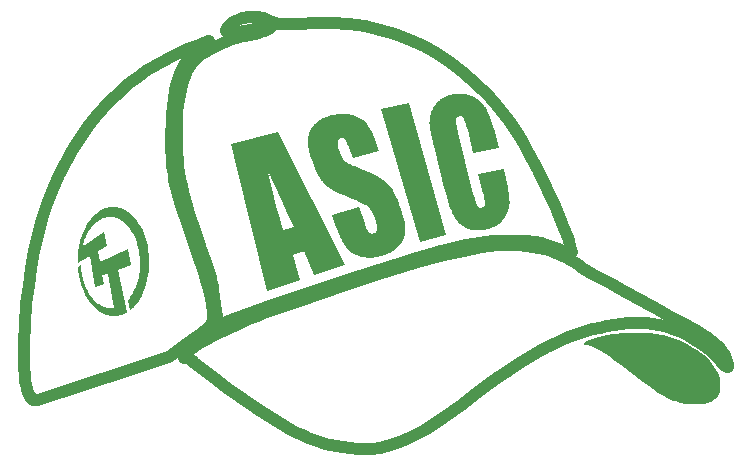
<source format=gbr>
%TF.GenerationSoftware,KiCad,Pcbnew,8.0.5-8.0.5-0~ubuntu22.04.1*%
%TF.CreationDate,2024-10-09T17:19:14-04:00*%
%TF.ProjectId,blinkencap,626c696e-6b65-46e6-9361-702e6b696361,1.0*%
%TF.SameCoordinates,Original*%
%TF.FileFunction,Legend,Top*%
%TF.FilePolarity,Positive*%
%FSLAX46Y46*%
G04 Gerber Fmt 4.6, Leading zero omitted, Abs format (unit mm)*
G04 Created by KiCad (PCBNEW 8.0.5-8.0.5-0~ubuntu22.04.1) date 2024-10-09 17:19:14*
%MOMM*%
%LPD*%
G01*
G04 APERTURE LIST*
%ADD10C,0.000000*%
%ADD11C,0.163700*%
%ADD12C,1.003436*%
G04 APERTURE END LIST*
D10*
%TO.C,ASICCAP_SILK*%
G36*
X77162108Y-51594665D02*
G01*
X74890185Y-52235980D01*
X71617522Y-40908963D01*
X73990565Y-40437787D01*
X77162108Y-51594665D01*
G37*
G36*
X68552916Y-54176574D02*
G01*
X65962329Y-55037601D01*
X65072257Y-52991786D01*
X64132624Y-53289325D01*
X64747649Y-55441402D01*
X61987883Y-56358825D01*
X59445566Y-46064227D01*
X62013339Y-46064227D01*
X62413566Y-47715141D01*
X62767211Y-49122742D01*
X63074426Y-50287655D01*
X63335364Y-51210506D01*
X64240050Y-50937747D01*
X63751523Y-49904023D01*
X63217737Y-48747626D01*
X62638430Y-47467909D01*
X62013339Y-46064227D01*
X59445566Y-46064227D01*
X58907160Y-43884063D01*
X62865468Y-42908462D01*
X68552916Y-54176574D01*
G37*
D11*
X93703558Y-60007450D02*
X94108642Y-60015947D01*
X94451154Y-60030199D01*
X94745467Y-60051526D01*
X95005954Y-60081249D01*
X95246988Y-60120689D01*
X95482942Y-60171167D01*
X95728190Y-60234004D01*
X96115717Y-60348929D01*
X96493657Y-60479364D01*
X96860849Y-60624458D01*
X97216132Y-60783363D01*
X97558346Y-60955226D01*
X97886331Y-61139199D01*
X98198926Y-61334430D01*
X98494970Y-61540070D01*
X98773303Y-61755268D01*
X99032765Y-61979174D01*
X99272196Y-62210938D01*
X99490433Y-62449710D01*
X99686319Y-62694639D01*
X99858690Y-62944874D01*
X100006389Y-63199567D01*
X100128253Y-63457866D01*
X100143826Y-63498000D01*
X100158962Y-63542629D01*
X100173583Y-63591284D01*
X100187610Y-63643494D01*
X100200965Y-63698787D01*
X100213570Y-63756693D01*
X100236215Y-63878463D01*
X100254919Y-64005037D01*
X100269055Y-64132649D01*
X100274214Y-64195669D01*
X100277996Y-64257536D01*
X100280322Y-64317780D01*
X100281115Y-64375930D01*
X100278295Y-64496735D01*
X100269689Y-64610777D01*
X100255078Y-64718387D01*
X100234245Y-64819896D01*
X100206971Y-64915636D01*
X100190851Y-64961445D01*
X100173039Y-65005935D01*
X100153508Y-65049149D01*
X100132230Y-65091126D01*
X100109179Y-65131909D01*
X100084326Y-65171539D01*
X100057646Y-65210058D01*
X100029109Y-65247506D01*
X99998690Y-65283924D01*
X99966361Y-65319355D01*
X99895863Y-65387420D01*
X99817398Y-65452030D01*
X99730747Y-65513516D01*
X99635692Y-65572209D01*
X99532014Y-65628440D01*
X99419497Y-65682540D01*
X99307872Y-65726516D01*
X99180734Y-65764652D01*
X99039917Y-65796947D01*
X98887259Y-65823398D01*
X98724592Y-65844006D01*
X98553753Y-65858769D01*
X98376576Y-65867686D01*
X98194897Y-65870755D01*
X98010551Y-65867975D01*
X97825372Y-65859345D01*
X97641196Y-65844863D01*
X97459858Y-65824529D01*
X97283193Y-65798341D01*
X97113036Y-65766298D01*
X96951222Y-65728399D01*
X96799586Y-65684642D01*
X96799586Y-65684524D01*
X96591022Y-65615238D01*
X96391083Y-65542600D01*
X96195101Y-65463549D01*
X95998407Y-65375019D01*
X95796333Y-65273948D01*
X95584211Y-65157273D01*
X95357373Y-65021929D01*
X95111151Y-64864854D01*
X94840877Y-64682985D01*
X94541882Y-64473257D01*
X94209498Y-64232607D01*
X93839057Y-63957972D01*
X92965332Y-63294494D01*
X91883361Y-62458316D01*
X91478305Y-62155737D01*
X91060495Y-61865187D01*
X90644999Y-61595393D01*
X90246883Y-61355083D01*
X89881212Y-61152983D01*
X89715253Y-61068990D01*
X89563055Y-60997821D01*
X89426502Y-60940569D01*
X89307477Y-60898324D01*
X89207864Y-60872177D01*
X89129546Y-60863219D01*
X89088267Y-60862660D01*
X89050922Y-60861005D01*
X89017472Y-60858289D01*
X88987878Y-60854547D01*
X88962102Y-60849814D01*
X88940104Y-60844124D01*
X88921845Y-60837513D01*
X88907286Y-60830013D01*
X88896389Y-60821662D01*
X88889113Y-60812493D01*
X88885421Y-60802540D01*
X88885273Y-60791840D01*
X88888630Y-60780426D01*
X88895454Y-60768333D01*
X88905704Y-60755596D01*
X88919343Y-60742249D01*
X88936331Y-60728328D01*
X88956629Y-60713867D01*
X88980198Y-60698900D01*
X89006999Y-60683463D01*
X89036994Y-60667591D01*
X89070142Y-60651317D01*
X89106406Y-60634677D01*
X89145746Y-60617705D01*
X89233498Y-60582906D01*
X89333086Y-60547198D01*
X89444198Y-60510857D01*
X89566523Y-60474162D01*
X90065843Y-60334912D01*
X90502755Y-60225110D01*
X90705665Y-60180241D01*
X90902400Y-60141520D01*
X91096104Y-60108542D01*
X91289918Y-60080902D01*
X91486986Y-60058195D01*
X91690450Y-60040018D01*
X91903452Y-60025964D01*
X92129135Y-60015629D01*
X92631115Y-60004498D01*
X93221530Y-60003387D01*
X93703558Y-60007450D01*
G36*
X93703558Y-60007450D02*
G01*
X94108642Y-60015947D01*
X94451154Y-60030199D01*
X94745467Y-60051526D01*
X95005954Y-60081249D01*
X95246988Y-60120689D01*
X95482942Y-60171167D01*
X95728190Y-60234004D01*
X96115717Y-60348929D01*
X96493657Y-60479364D01*
X96860849Y-60624458D01*
X97216132Y-60783363D01*
X97558346Y-60955226D01*
X97886331Y-61139199D01*
X98198926Y-61334430D01*
X98494970Y-61540070D01*
X98773303Y-61755268D01*
X99032765Y-61979174D01*
X99272196Y-62210938D01*
X99490433Y-62449710D01*
X99686319Y-62694639D01*
X99858690Y-62944874D01*
X100006389Y-63199567D01*
X100128253Y-63457866D01*
X100143826Y-63498000D01*
X100158962Y-63542629D01*
X100173583Y-63591284D01*
X100187610Y-63643494D01*
X100200965Y-63698787D01*
X100213570Y-63756693D01*
X100236215Y-63878463D01*
X100254919Y-64005037D01*
X100269055Y-64132649D01*
X100274214Y-64195669D01*
X100277996Y-64257536D01*
X100280322Y-64317780D01*
X100281115Y-64375930D01*
X100278295Y-64496735D01*
X100269689Y-64610777D01*
X100255078Y-64718387D01*
X100234245Y-64819896D01*
X100206971Y-64915636D01*
X100190851Y-64961445D01*
X100173039Y-65005935D01*
X100153508Y-65049149D01*
X100132230Y-65091126D01*
X100109179Y-65131909D01*
X100084326Y-65171539D01*
X100057646Y-65210058D01*
X100029109Y-65247506D01*
X99998690Y-65283924D01*
X99966361Y-65319355D01*
X99895863Y-65387420D01*
X99817398Y-65452030D01*
X99730747Y-65513516D01*
X99635692Y-65572209D01*
X99532014Y-65628440D01*
X99419497Y-65682540D01*
X99307872Y-65726516D01*
X99180734Y-65764652D01*
X99039917Y-65796947D01*
X98887259Y-65823398D01*
X98724592Y-65844006D01*
X98553753Y-65858769D01*
X98376576Y-65867686D01*
X98194897Y-65870755D01*
X98010551Y-65867975D01*
X97825372Y-65859345D01*
X97641196Y-65844863D01*
X97459858Y-65824529D01*
X97283193Y-65798341D01*
X97113036Y-65766298D01*
X96951222Y-65728399D01*
X96799586Y-65684642D01*
X96799586Y-65684524D01*
X96591022Y-65615238D01*
X96391083Y-65542600D01*
X96195101Y-65463549D01*
X95998407Y-65375019D01*
X95796333Y-65273948D01*
X95584211Y-65157273D01*
X95357373Y-65021929D01*
X95111151Y-64864854D01*
X94840877Y-64682985D01*
X94541882Y-64473257D01*
X94209498Y-64232607D01*
X93839057Y-63957972D01*
X92965332Y-63294494D01*
X91883361Y-62458316D01*
X91478305Y-62155737D01*
X91060495Y-61865187D01*
X90644999Y-61595393D01*
X90246883Y-61355083D01*
X89881212Y-61152983D01*
X89715253Y-61068990D01*
X89563055Y-60997821D01*
X89426502Y-60940569D01*
X89307477Y-60898324D01*
X89207864Y-60872177D01*
X89129546Y-60863219D01*
X89088267Y-60862660D01*
X89050922Y-60861005D01*
X89017472Y-60858289D01*
X88987878Y-60854547D01*
X88962102Y-60849814D01*
X88940104Y-60844124D01*
X88921845Y-60837513D01*
X88907286Y-60830013D01*
X88896389Y-60821662D01*
X88889113Y-60812493D01*
X88885421Y-60802540D01*
X88885273Y-60791840D01*
X88888630Y-60780426D01*
X88895454Y-60768333D01*
X88905704Y-60755596D01*
X88919343Y-60742249D01*
X88936331Y-60728328D01*
X88956629Y-60713867D01*
X88980198Y-60698900D01*
X89006999Y-60683463D01*
X89036994Y-60667591D01*
X89070142Y-60651317D01*
X89106406Y-60634677D01*
X89145746Y-60617705D01*
X89233498Y-60582906D01*
X89333086Y-60547198D01*
X89444198Y-60510857D01*
X89566523Y-60474162D01*
X90065843Y-60334912D01*
X90502755Y-60225110D01*
X90705665Y-60180241D01*
X90902400Y-60141520D01*
X91096104Y-60108542D01*
X91289918Y-60080902D01*
X91486986Y-60058195D01*
X91690450Y-60040018D01*
X91903452Y-60025964D01*
X92129135Y-60015629D01*
X92631115Y-60004498D01*
X93221530Y-60003387D01*
X93703558Y-60007450D01*
G37*
D12*
X57057793Y-35224814D02*
X57061673Y-35229910D01*
X57059530Y-35237831D01*
X57051451Y-35248560D01*
X57017828Y-35278377D01*
X56961491Y-35319227D01*
X56883129Y-35370980D01*
X56663085Y-35506661D01*
X56439108Y-35648982D01*
X56225666Y-35800338D01*
X56022603Y-35960957D01*
X55829764Y-36131062D01*
X55646995Y-36310878D01*
X55474139Y-36500631D01*
X55311041Y-36700545D01*
X55157548Y-36910844D01*
X55013503Y-37131755D01*
X54878751Y-37363501D01*
X54753137Y-37606307D01*
X54636505Y-37860399D01*
X54528702Y-38126001D01*
X54429571Y-38403338D01*
X54338958Y-38692635D01*
X54256707Y-38994117D01*
X54207266Y-39209975D01*
X54160283Y-39457014D01*
X54074516Y-40032703D01*
X54001051Y-40697320D01*
X53941533Y-41426998D01*
X53897607Y-42197872D01*
X53870919Y-42986077D01*
X53863114Y-43767747D01*
X53875836Y-44519017D01*
X53892947Y-44939228D01*
X53917686Y-45342220D01*
X53951987Y-45735573D01*
X53997787Y-46126864D01*
X54057020Y-46523674D01*
X54131621Y-46933580D01*
X54223526Y-47364161D01*
X54334668Y-47822996D01*
X54466984Y-48317663D01*
X54622408Y-48855741D01*
X54802876Y-49444808D01*
X55010322Y-50092444D01*
X55513889Y-51593734D01*
X56148591Y-53420241D01*
X56511542Y-54488935D01*
X56812597Y-55451319D01*
X57051941Y-56308286D01*
X57229764Y-57060726D01*
X57295663Y-57398027D01*
X57346251Y-57709530D01*
X57381552Y-57995348D01*
X57401590Y-58255591D01*
X57406388Y-58490371D01*
X57395969Y-58699799D01*
X57370356Y-58883986D01*
X57329573Y-59043044D01*
X57312795Y-59090120D01*
X57293907Y-59136014D01*
X57272867Y-59180773D01*
X57249636Y-59224446D01*
X57224172Y-59267081D01*
X57196435Y-59308725D01*
X57166382Y-59349427D01*
X57133974Y-59389235D01*
X57099169Y-59428196D01*
X57061926Y-59466359D01*
X57022204Y-59503772D01*
X56979963Y-59540482D01*
X56935162Y-59576537D01*
X56887758Y-59611987D01*
X56837713Y-59646878D01*
X56784983Y-59681258D01*
X56673025Y-59755061D01*
X56515961Y-59863170D01*
X56095318Y-60161615D01*
X55580655Y-60535207D01*
X55029572Y-60942557D01*
X53696007Y-61937556D01*
X48273419Y-63738673D01*
X44368583Y-65027449D01*
X42595051Y-65596763D01*
X42566573Y-65602125D01*
X42537125Y-65605795D01*
X42506884Y-65607806D01*
X42476025Y-65608197D01*
X42444722Y-65607001D01*
X42413152Y-65604256D01*
X42381489Y-65599997D01*
X42349909Y-65594260D01*
X42318587Y-65587082D01*
X42287698Y-65578497D01*
X42257418Y-65568542D01*
X42227921Y-65557253D01*
X42199382Y-65544665D01*
X42171978Y-65530816D01*
X42145884Y-65515739D01*
X42121274Y-65499473D01*
X42121276Y-65499473D01*
X42069466Y-65458599D01*
X42019515Y-65410633D01*
X41971426Y-65355598D01*
X41925203Y-65293517D01*
X41880849Y-65224412D01*
X41838368Y-65148306D01*
X41797762Y-65065223D01*
X41759037Y-64975184D01*
X41722194Y-64878212D01*
X41687238Y-64774331D01*
X41622998Y-64545930D01*
X41566347Y-64290162D01*
X41517310Y-64007209D01*
X41475917Y-63697254D01*
X41442194Y-63360478D01*
X41416169Y-62997064D01*
X41397871Y-62607192D01*
X41387327Y-62191046D01*
X41384564Y-61748807D01*
X41389611Y-61280656D01*
X41402495Y-60786777D01*
X41482579Y-59105534D01*
X41609518Y-57484127D01*
X41783701Y-55921437D01*
X42005522Y-54416344D01*
X42275371Y-52967730D01*
X42593641Y-51574476D01*
X42960722Y-50235463D01*
X43377008Y-48949574D01*
X43842888Y-47715688D01*
X44358756Y-46532687D01*
X44925002Y-45399453D01*
X45542019Y-44314866D01*
X46210198Y-43277808D01*
X46929930Y-42287161D01*
X47701608Y-41341805D01*
X48525622Y-40440621D01*
X48917352Y-40045615D01*
X49315040Y-39664853D01*
X49719076Y-39298080D01*
X50129845Y-38945039D01*
X50547735Y-38605476D01*
X50973134Y-38279134D01*
X51406429Y-37965757D01*
X51848007Y-37665090D01*
X52298255Y-37376878D01*
X52757561Y-37100863D01*
X53226313Y-36836791D01*
X53704897Y-36584405D01*
X54193701Y-36343451D01*
X54693112Y-36113672D01*
X55203517Y-35894812D01*
X55725304Y-35686616D01*
X56218351Y-35498546D01*
X56593004Y-35359898D01*
X56854769Y-35269614D01*
X56945041Y-35242278D01*
X57009156Y-35226637D01*
X57047804Y-35222558D01*
X57057793Y-35224814D01*
X83381863Y-52474000D02*
X83941349Y-52523031D01*
X84482364Y-52599766D01*
X85008336Y-52703942D01*
X85522693Y-52835297D01*
X86028861Y-52993568D01*
X86360396Y-53111263D01*
X86514887Y-53170071D01*
X86663595Y-53229751D01*
X86807821Y-53290979D01*
X86948865Y-53354427D01*
X87088027Y-53420772D01*
X87226609Y-53490685D01*
X87365911Y-53564844D01*
X87507234Y-53643920D01*
X87651877Y-53728589D01*
X87801143Y-53819526D01*
X88118741Y-54022897D01*
X88470435Y-54259429D01*
X88648170Y-54378436D01*
X88842622Y-54503827D01*
X89047488Y-54631829D01*
X89256463Y-54758670D01*
X89463243Y-54880580D01*
X89661526Y-54993785D01*
X89845006Y-55094515D01*
X90007380Y-55178996D01*
X90462807Y-55415153D01*
X91166221Y-55788979D01*
X92021626Y-56249115D01*
X92933024Y-56744205D01*
X94991449Y-57873122D01*
X96013199Y-58429979D01*
X96860903Y-58882987D01*
X97757982Y-59367900D01*
X98162714Y-59599839D01*
X98538885Y-59826207D01*
X98886980Y-60048086D01*
X99207482Y-60266558D01*
X99500876Y-60482704D01*
X99767646Y-60697607D01*
X100008274Y-60912346D01*
X100223246Y-61128004D01*
X100413044Y-61345663D01*
X100578153Y-61566404D01*
X100719057Y-61791308D01*
X100836240Y-62021456D01*
X100930185Y-62257932D01*
X101001376Y-62501815D01*
X101011236Y-62546476D01*
X101018114Y-62586384D01*
X101022120Y-62621677D01*
X101023364Y-62652494D01*
X101021956Y-62678973D01*
X101018006Y-62701251D01*
X101011625Y-62719467D01*
X101002921Y-62733759D01*
X100997734Y-62739476D01*
X100992007Y-62744265D01*
X100985754Y-62748141D01*
X100978991Y-62751123D01*
X100963983Y-62754471D01*
X100947095Y-62754447D01*
X100928435Y-62751190D01*
X100908114Y-62744837D01*
X100886243Y-62735527D01*
X100862931Y-62723398D01*
X100838288Y-62708587D01*
X100812425Y-62691233D01*
X100785451Y-62671475D01*
X100757478Y-62649449D01*
X100698970Y-62599149D01*
X100637782Y-62541439D01*
X100574796Y-62477423D01*
X100510891Y-62408207D01*
X100446950Y-62334894D01*
X100383853Y-62258590D01*
X100187977Y-62042043D01*
X99970918Y-61823725D01*
X99734269Y-61604970D01*
X99479622Y-61387112D01*
X99208570Y-61171486D01*
X98922705Y-60959426D01*
X98623620Y-60752267D01*
X98312908Y-60551343D01*
X97992160Y-60357989D01*
X97662971Y-60173539D01*
X97326931Y-59999327D01*
X96985634Y-59836689D01*
X96640673Y-59686957D01*
X96293639Y-59551467D01*
X95946126Y-59431554D01*
X95599726Y-59328551D01*
X95142107Y-59221062D01*
X94660395Y-59140903D01*
X94156510Y-59087781D01*
X93632366Y-59061404D01*
X93089881Y-59061478D01*
X92530972Y-59087711D01*
X91957555Y-59139810D01*
X91371548Y-59217483D01*
X90774868Y-59320436D01*
X90169431Y-59448376D01*
X89557154Y-59601012D01*
X88939954Y-59778050D01*
X88319748Y-59979197D01*
X87698452Y-60204161D01*
X87077984Y-60452649D01*
X86460261Y-60724368D01*
X85691451Y-61096867D01*
X84902983Y-61516565D01*
X84090797Y-61986066D01*
X83250835Y-62507978D01*
X82379040Y-63084902D01*
X81471353Y-63719446D01*
X80523717Y-64414213D01*
X79532073Y-65171809D01*
X78598480Y-65886968D01*
X77722312Y-66533283D01*
X76898019Y-67112949D01*
X76120052Y-67628161D01*
X75382860Y-68081112D01*
X74680896Y-68473996D01*
X74008610Y-68809007D01*
X73360453Y-69088339D01*
X72730875Y-69314187D01*
X72114327Y-69488744D01*
X71505260Y-69614204D01*
X70898125Y-69692762D01*
X70287372Y-69726611D01*
X69667453Y-69717946D01*
X69032818Y-69668960D01*
X68377917Y-69581847D01*
X68377917Y-69581828D01*
X67889938Y-69495230D01*
X67404421Y-69390129D01*
X66921255Y-69266488D01*
X66440329Y-69124274D01*
X65961532Y-68963451D01*
X65484753Y-68783985D01*
X65009881Y-68585839D01*
X64536807Y-68368979D01*
X64174044Y-68181510D01*
X63725491Y-67927358D01*
X62623062Y-67254575D01*
X61333611Y-66421764D01*
X59961232Y-65500055D01*
X58610016Y-64560582D01*
X57384057Y-63674476D01*
X56387447Y-62912870D01*
X56007677Y-62600983D01*
X55724278Y-62346896D01*
X55674439Y-62299841D01*
X55625931Y-62255873D01*
X55578847Y-62215051D01*
X55533283Y-62177430D01*
X55489332Y-62143066D01*
X55447088Y-62112016D01*
X55406645Y-62084337D01*
X55368098Y-62060085D01*
X55331541Y-62039316D01*
X55297067Y-62022087D01*
X55264771Y-62008454D01*
X55234748Y-61998474D01*
X55207090Y-61992202D01*
X55181893Y-61989697D01*
X55170246Y-61989873D01*
X55159250Y-61991013D01*
X55148916Y-61993122D01*
X55139256Y-61996207D01*
X55116713Y-62004155D01*
X55095272Y-62010314D01*
X55074951Y-62014741D01*
X55055763Y-62017491D01*
X55037724Y-62018620D01*
X55020850Y-62018183D01*
X55005155Y-62016237D01*
X54990656Y-62012837D01*
X54977367Y-62008038D01*
X54965304Y-62001897D01*
X54954482Y-61994469D01*
X54944917Y-61985809D01*
X54936624Y-61975974D01*
X54929618Y-61965019D01*
X54923915Y-61953000D01*
X54919529Y-61939972D01*
X54916477Y-61925992D01*
X54914773Y-61911115D01*
X54914433Y-61895396D01*
X54915473Y-61878891D01*
X54917907Y-61861657D01*
X54921751Y-61843748D01*
X54927020Y-61825221D01*
X54933730Y-61806130D01*
X54941896Y-61786533D01*
X54951533Y-61766484D01*
X54962657Y-61746039D01*
X54975283Y-61725254D01*
X54989426Y-61704185D01*
X55005102Y-61682887D01*
X55022326Y-61661415D01*
X55041114Y-61639827D01*
X55163614Y-61523864D01*
X55338456Y-61387233D01*
X55561414Y-61232156D01*
X55828264Y-61060856D01*
X56134782Y-60875555D01*
X56476743Y-60678475D01*
X57250095Y-60257870D01*
X58114526Y-59816823D01*
X59036239Y-59373113D01*
X59981439Y-58944521D01*
X60452285Y-58741451D01*
X60916329Y-58548827D01*
X61929759Y-58167987D01*
X63512696Y-57609217D01*
X67676965Y-56194918D01*
X71988898Y-54779984D01*
X75028254Y-53838473D01*
X76949812Y-53322880D01*
X77829761Y-53110721D01*
X78660394Y-52928636D01*
X79445138Y-52776362D01*
X80187421Y-52653635D01*
X80890669Y-52560192D01*
X81558310Y-52495771D01*
X82193771Y-52460107D01*
X82800480Y-52452938D01*
X83381863Y-52474000D01*
X60927960Y-33126295D02*
X61135229Y-33141936D01*
X61336539Y-33172259D01*
X61529865Y-33217582D01*
X61622901Y-33245967D01*
X61713183Y-33278221D01*
X61800456Y-33314383D01*
X61884469Y-33354493D01*
X62027558Y-33424218D01*
X62171778Y-33487435D01*
X62317711Y-33544225D01*
X62465943Y-33594669D01*
X62617057Y-33638846D01*
X62771638Y-33676839D01*
X62930269Y-33708727D01*
X63093534Y-33734591D01*
X63262018Y-33754511D01*
X63436304Y-33768569D01*
X63616978Y-33776844D01*
X63804622Y-33779418D01*
X63999821Y-33776371D01*
X64203159Y-33767783D01*
X64415220Y-33753736D01*
X64636588Y-33734309D01*
X66082616Y-33640103D01*
X67498962Y-33642166D01*
X68884120Y-33739723D01*
X70236585Y-33932004D01*
X71554851Y-34218234D01*
X72837413Y-34597642D01*
X74082764Y-35069454D01*
X75289399Y-35632899D01*
X76455813Y-36287203D01*
X77580499Y-37031594D01*
X78661953Y-37865299D01*
X79698667Y-38787546D01*
X80689137Y-39797561D01*
X81631858Y-40894573D01*
X82525322Y-42077808D01*
X83368025Y-43346494D01*
X83717858Y-43930801D01*
X84090580Y-44594254D01*
X84876140Y-46094110D01*
X85667601Y-47717083D01*
X86407861Y-49334194D01*
X87039814Y-50816465D01*
X87506358Y-52034918D01*
X87659756Y-52504907D01*
X87750388Y-52860574D01*
X87771115Y-53085797D01*
X87753034Y-53144454D01*
X87714800Y-53164455D01*
X87699171Y-53162584D01*
X87674589Y-53157098D01*
X87600678Y-53136012D01*
X87497288Y-53102677D01*
X87368640Y-53058570D01*
X87218954Y-53005171D01*
X87052450Y-52943956D01*
X86873350Y-52876405D01*
X86685874Y-52803996D01*
X86144350Y-52598870D01*
X85900571Y-52512856D01*
X85670061Y-52437048D01*
X85449281Y-52370829D01*
X85234692Y-52313579D01*
X85022753Y-52264678D01*
X84809925Y-52223508D01*
X84592669Y-52189449D01*
X84367446Y-52161883D01*
X84130715Y-52140190D01*
X83878938Y-52123750D01*
X83608575Y-52111946D01*
X83316086Y-52104158D01*
X82650572Y-52098151D01*
X82088082Y-52102356D01*
X81548120Y-52117968D01*
X81019548Y-52147529D01*
X80491230Y-52193583D01*
X79952028Y-52258670D01*
X79390805Y-52345332D01*
X78796424Y-52456111D01*
X78157748Y-52593549D01*
X77463639Y-52760188D01*
X76702960Y-52958570D01*
X75864573Y-53191237D01*
X74937343Y-53460730D01*
X72771800Y-54120363D01*
X70117232Y-54957805D01*
X66192318Y-56236582D01*
X62620197Y-57450709D01*
X59849229Y-58444146D01*
X58904292Y-58809343D01*
X58327779Y-59060851D01*
X57843905Y-59304542D01*
X57796549Y-59073688D01*
X57783571Y-58998121D01*
X57764775Y-58871194D01*
X57713287Y-58490507D01*
X57649201Y-57986133D01*
X57579631Y-57412578D01*
X57499936Y-56786183D01*
X57415001Y-56228856D01*
X57368321Y-55967276D01*
X57317635Y-55712382D01*
X57262043Y-55460646D01*
X57200647Y-55208542D01*
X57132547Y-54952543D01*
X57056844Y-54689122D01*
X56879037Y-54125903D01*
X56660032Y-53490670D01*
X56392640Y-52755206D01*
X55837631Y-51207401D01*
X55384376Y-49828944D01*
X55193253Y-49190478D01*
X55024383Y-48579056D01*
X54876706Y-47989581D01*
X54749160Y-47416956D01*
X54640684Y-46856084D01*
X54550216Y-46301866D01*
X54476695Y-45749205D01*
X54419060Y-45193004D01*
X54376248Y-44628166D01*
X54347199Y-44049592D01*
X54326142Y-42830850D01*
X54333563Y-42255051D01*
X54354373Y-41704147D01*
X54388572Y-41178146D01*
X54436157Y-40677054D01*
X54497127Y-40200881D01*
X54571481Y-39749633D01*
X54659216Y-39323319D01*
X54760331Y-38921946D01*
X54874825Y-38545522D01*
X55002696Y-38194055D01*
X55143942Y-37867552D01*
X55298562Y-37566022D01*
X55466554Y-37289472D01*
X55647917Y-37037910D01*
X55842649Y-36811343D01*
X56050748Y-36609780D01*
X56225643Y-36465272D01*
X56422344Y-36319796D01*
X56638578Y-36174372D01*
X56872072Y-36030020D01*
X57120553Y-35887759D01*
X57381747Y-35748607D01*
X57653382Y-35613585D01*
X57933185Y-35483711D01*
X58218882Y-35360005D01*
X58508201Y-35243486D01*
X58798868Y-35135174D01*
X59088612Y-35036086D01*
X59375157Y-34947244D01*
X59656232Y-34869666D01*
X59929564Y-34804370D01*
X60192879Y-34752378D01*
X60420876Y-34709555D01*
X60644473Y-34661808D01*
X60861906Y-34609857D01*
X61071413Y-34554422D01*
X61271233Y-34496225D01*
X61459603Y-34435986D01*
X61634760Y-34374426D01*
X61794943Y-34312267D01*
X61938389Y-34250229D01*
X62063335Y-34189032D01*
X62168020Y-34129399D01*
X62250680Y-34072049D01*
X62309555Y-34017703D01*
X62329521Y-33991883D01*
X62342880Y-33967083D01*
X62349412Y-33943396D01*
X62348895Y-33920910D01*
X62341110Y-33899715D01*
X62325837Y-33879903D01*
X62322343Y-33877944D01*
X62316522Y-33876675D01*
X62298141Y-33876154D01*
X62271188Y-33878231D01*
X62236155Y-33882797D01*
X62193535Y-33889743D01*
X62143821Y-33898960D01*
X62025078Y-33923775D01*
X61883870Y-33956369D01*
X61724137Y-33995873D01*
X61549820Y-34041416D01*
X61364861Y-34092128D01*
X61160520Y-34145795D01*
X60944637Y-34195801D01*
X60491109Y-34283676D01*
X60030003Y-34353434D01*
X59587042Y-34402756D01*
X59187954Y-34429324D01*
X59012901Y-34433350D01*
X58858462Y-34430819D01*
X58727854Y-34421440D01*
X58624293Y-34404923D01*
X58550993Y-34380980D01*
X58526696Y-34366132D01*
X58511170Y-34349319D01*
X58507567Y-34342251D01*
X58504979Y-34334384D01*
X58503394Y-34325738D01*
X58502799Y-34316334D01*
X58503179Y-34306195D01*
X58504522Y-34295341D01*
X58506814Y-34283794D01*
X58510042Y-34271575D01*
X58514192Y-34258706D01*
X58519251Y-34245208D01*
X58525206Y-34231103D01*
X58532044Y-34216411D01*
X58548312Y-34185357D01*
X58567948Y-34152217D01*
X58590847Y-34117161D01*
X58616900Y-34080363D01*
X58646002Y-34041992D01*
X58678044Y-34002221D01*
X58712920Y-33961221D01*
X58750523Y-33919164D01*
X58790746Y-33876222D01*
X58833481Y-33832564D01*
X58900941Y-33768719D01*
X58972730Y-33707633D01*
X59048595Y-33649345D01*
X59128283Y-33593895D01*
X59298115Y-33491668D01*
X59480203Y-33401269D01*
X59672522Y-33323015D01*
X59873049Y-33257223D01*
X60079759Y-33204210D01*
X60290630Y-33164294D01*
X60503636Y-33137791D01*
X60716754Y-33125019D01*
X60927960Y-33126295D01*
D10*
G36*
X49103654Y-49234055D02*
G01*
X49271348Y-49252842D01*
X49438132Y-49285517D01*
X49603572Y-49332075D01*
X49767235Y-49392510D01*
X49928690Y-49466817D01*
X50087502Y-49554991D01*
X50243239Y-49657026D01*
X50395469Y-49772916D01*
X50543757Y-49902656D01*
X50687672Y-50046240D01*
X50826781Y-50203663D01*
X50960650Y-50374920D01*
X51088846Y-50560004D01*
X51210938Y-50758911D01*
X51326491Y-50971634D01*
X51435073Y-51198169D01*
X51536252Y-51438510D01*
X51629594Y-51692651D01*
X51714666Y-51960587D01*
X51791036Y-52242312D01*
X51858270Y-52537821D01*
X51899427Y-52754766D01*
X51933627Y-52970539D01*
X51961005Y-53184954D01*
X51981694Y-53397821D01*
X51995826Y-53608953D01*
X52003536Y-53818161D01*
X52000221Y-54230054D01*
X51972816Y-54631995D01*
X51922387Y-55022478D01*
X51850000Y-55400000D01*
X51756723Y-55763055D01*
X51643621Y-56110137D01*
X51511762Y-56439742D01*
X51362213Y-56750364D01*
X51196039Y-57040499D01*
X51107051Y-57177413D01*
X51014308Y-57308640D01*
X50917941Y-57433994D01*
X50818085Y-57553285D01*
X50714873Y-57666325D01*
X50608439Y-57772926D01*
X50498915Y-57872900D01*
X50386434Y-57966059D01*
X50212932Y-57086417D01*
X50360351Y-56908122D01*
X50498200Y-56713938D01*
X50625916Y-56504818D01*
X50742933Y-56281722D01*
X50848687Y-56045604D01*
X50942613Y-55797422D01*
X51024148Y-55538133D01*
X51092726Y-55268692D01*
X51147783Y-54990057D01*
X51188754Y-54703184D01*
X51215075Y-54409029D01*
X51226182Y-54108550D01*
X51221509Y-53802703D01*
X51200492Y-53492445D01*
X51162568Y-53178732D01*
X51107170Y-52862521D01*
X51054226Y-52625050D01*
X50994006Y-52397829D01*
X50926841Y-52180905D01*
X50853062Y-51974325D01*
X50773000Y-51778135D01*
X50686985Y-51592382D01*
X50595348Y-51417113D01*
X50498419Y-51252375D01*
X50396530Y-51098214D01*
X50290012Y-50954676D01*
X50179194Y-50821810D01*
X50064407Y-50699661D01*
X49945983Y-50588276D01*
X49824253Y-50487701D01*
X49699545Y-50397985D01*
X49572193Y-50319172D01*
X49442525Y-50251311D01*
X49310874Y-50194447D01*
X49177569Y-50148628D01*
X49042942Y-50113900D01*
X48907322Y-50090310D01*
X48771042Y-50077905D01*
X48634431Y-50076730D01*
X48497820Y-50086834D01*
X48361540Y-50108263D01*
X48225922Y-50141063D01*
X48091297Y-50185282D01*
X47957994Y-50240965D01*
X47826346Y-50308160D01*
X47696682Y-50386914D01*
X47569333Y-50477273D01*
X47444630Y-50579283D01*
X47343152Y-50673145D01*
X47245904Y-50773247D01*
X47152908Y-50879257D01*
X47064185Y-50990840D01*
X46979756Y-51107664D01*
X46899643Y-51229394D01*
X46823867Y-51355698D01*
X46752449Y-51486242D01*
X46685411Y-51620692D01*
X46622774Y-51758714D01*
X46564559Y-51899976D01*
X46510787Y-52044144D01*
X46461481Y-52190884D01*
X46416660Y-52339862D01*
X46376347Y-52490746D01*
X46340563Y-52643202D01*
X48155095Y-51316775D01*
X48390891Y-52530821D01*
X47623088Y-52982142D01*
X47797988Y-53895605D01*
X50179630Y-52762034D01*
X50465051Y-54190134D01*
X49385542Y-54560305D01*
X50092394Y-58163855D01*
X50044176Y-58191630D01*
X49995680Y-58218083D01*
X49946910Y-58243213D01*
X49897872Y-58267021D01*
X49848573Y-58289509D01*
X49799018Y-58310676D01*
X49749212Y-58330523D01*
X49699162Y-58349052D01*
X49648873Y-58366262D01*
X49598350Y-58382155D01*
X49547599Y-58396730D01*
X49496627Y-58409989D01*
X49445439Y-58421933D01*
X49394040Y-58432562D01*
X49342436Y-58441876D01*
X49290633Y-58449877D01*
X49285922Y-58449793D01*
X49281203Y-58449664D01*
X49252344Y-58454032D01*
X49223532Y-58458068D01*
X49209124Y-58459863D01*
X49194705Y-58461457D01*
X49180267Y-58462809D01*
X49165803Y-58463881D01*
X49139824Y-58465605D01*
X49114033Y-58467019D01*
X49088375Y-58468123D01*
X49062797Y-58468915D01*
X49037246Y-58469395D01*
X49011669Y-58469560D01*
X48986012Y-58469410D01*
X48960223Y-58468943D01*
X48829576Y-58461383D01*
X48700412Y-58445219D01*
X48572838Y-58420670D01*
X48446963Y-58387956D01*
X48322895Y-58347296D01*
X48200741Y-58298909D01*
X48080611Y-58243016D01*
X47962611Y-58179835D01*
X47846850Y-58109587D01*
X47733435Y-58032491D01*
X47514079Y-57858631D01*
X47305406Y-57660013D01*
X47108280Y-57438393D01*
X46923566Y-57195527D01*
X46752127Y-56933170D01*
X46594828Y-56653080D01*
X46452532Y-56357012D01*
X46326104Y-56046723D01*
X46216409Y-55723969D01*
X46124309Y-55390506D01*
X46050669Y-55048090D01*
X46033661Y-54952555D01*
X46018034Y-54857141D01*
X46003793Y-54761863D01*
X45990939Y-54666733D01*
X45979477Y-54571765D01*
X45969411Y-54476972D01*
X45960744Y-54382367D01*
X45953480Y-54287962D01*
X46215597Y-54145640D01*
X46220829Y-54243670D01*
X46227755Y-54342026D01*
X46236403Y-54440681D01*
X46246797Y-54539612D01*
X46258966Y-54638792D01*
X46272933Y-54738198D01*
X46288727Y-54837804D01*
X46306373Y-54937586D01*
X46336705Y-55088292D01*
X46371202Y-55236926D01*
X46409761Y-55383301D01*
X46452280Y-55527229D01*
X46498656Y-55668522D01*
X46548785Y-55806993D01*
X46602564Y-55942454D01*
X46659891Y-56074719D01*
X46720662Y-56203598D01*
X46784774Y-56328906D01*
X46852124Y-56450454D01*
X46922610Y-56568055D01*
X46996127Y-56681521D01*
X47072573Y-56790665D01*
X47151846Y-56895299D01*
X47233841Y-56995236D01*
X47318456Y-57090289D01*
X47405587Y-57180269D01*
X47495133Y-57264989D01*
X47586989Y-57344262D01*
X47681053Y-57417900D01*
X47777221Y-57485716D01*
X47875391Y-57547522D01*
X47975459Y-57603131D01*
X48077322Y-57652354D01*
X48180878Y-57695006D01*
X48286023Y-57730897D01*
X48392654Y-57759841D01*
X48500669Y-57781651D01*
X48609963Y-57796137D01*
X48720435Y-57803114D01*
X48831981Y-57802393D01*
X48857500Y-57801175D01*
X48883008Y-57799605D01*
X48908472Y-57797645D01*
X48933858Y-57795254D01*
X48959132Y-57792393D01*
X48984261Y-57789023D01*
X49009210Y-57785104D01*
X49033946Y-57780596D01*
X48472752Y-54873293D01*
X48013274Y-55030844D01*
X48159173Y-55792773D01*
X47445666Y-55976088D01*
X46954533Y-53378283D01*
X46210035Y-53815642D01*
X45939386Y-53974589D01*
X45937135Y-53838179D01*
X45937577Y-53702208D01*
X45940675Y-53566734D01*
X45946396Y-53431819D01*
X45954705Y-53297521D01*
X45965566Y-53163902D01*
X45978946Y-53031022D01*
X45994808Y-52898939D01*
X46025960Y-52687225D01*
X46064063Y-52476435D01*
X46109110Y-52267148D01*
X46161091Y-52059939D01*
X46219999Y-51855386D01*
X46285825Y-51654066D01*
X46358561Y-51456556D01*
X46438198Y-51263433D01*
X46524728Y-51075273D01*
X46618142Y-50892655D01*
X46718432Y-50716153D01*
X46825591Y-50546347D01*
X46939608Y-50383812D01*
X47060477Y-50229127D01*
X47188188Y-50082866D01*
X47322734Y-49945608D01*
X47322720Y-49945616D01*
X47471861Y-49811266D01*
X47624853Y-49690865D01*
X47781263Y-49584408D01*
X47940659Y-49491889D01*
X48102607Y-49413302D01*
X48266674Y-49348642D01*
X48432428Y-49297904D01*
X48599436Y-49261081D01*
X48767265Y-49238169D01*
X48935482Y-49229162D01*
X49103654Y-49234055D01*
G37*
G36*
X78439794Y-39640909D02*
G01*
X78550712Y-39648031D01*
X78659813Y-39659467D01*
X78767100Y-39675216D01*
X78872575Y-39695274D01*
X78976241Y-39719638D01*
X79078102Y-39748305D01*
X79178160Y-39781272D01*
X79276418Y-39818537D01*
X79372880Y-39860095D01*
X79467547Y-39905944D01*
X79559186Y-39954860D01*
X79647904Y-40006228D01*
X79733704Y-40060052D01*
X79816588Y-40116331D01*
X79896558Y-40175067D01*
X79973616Y-40236262D01*
X80047765Y-40299917D01*
X80119007Y-40366034D01*
X80187344Y-40434614D01*
X80252779Y-40505658D01*
X80315313Y-40579167D01*
X80374949Y-40655144D01*
X80431689Y-40733590D01*
X80485535Y-40814506D01*
X80536490Y-40897892D01*
X80584555Y-40983752D01*
X80630829Y-41072889D01*
X80677119Y-41168589D01*
X80723425Y-41270848D01*
X80769747Y-41379665D01*
X80862445Y-41616957D01*
X80955217Y-41880442D01*
X81048067Y-42170094D01*
X81141000Y-42485890D01*
X81234020Y-42827807D01*
X81327132Y-43195819D01*
X81578692Y-44225856D01*
X79432929Y-44674464D01*
X78956240Y-42757205D01*
X78905377Y-42557231D01*
X78857139Y-42377516D01*
X78811531Y-42218064D01*
X78768560Y-42078881D01*
X78728228Y-41959971D01*
X78690541Y-41861340D01*
X78655504Y-41782992D01*
X78638981Y-41751426D01*
X78623122Y-41724933D01*
X78615437Y-41712671D01*
X78607517Y-41700888D01*
X78599361Y-41689584D01*
X78590970Y-41678758D01*
X78582343Y-41668411D01*
X78573480Y-41658543D01*
X78564381Y-41649154D01*
X78555047Y-41640242D01*
X78545477Y-41631809D01*
X78535671Y-41623855D01*
X78525629Y-41616378D01*
X78515351Y-41609379D01*
X78504838Y-41602859D01*
X78494089Y-41596816D01*
X78483104Y-41591251D01*
X78471883Y-41586164D01*
X78460426Y-41581554D01*
X78448733Y-41577422D01*
X78436805Y-41573768D01*
X78424640Y-41570591D01*
X78412240Y-41567891D01*
X78399603Y-41565668D01*
X78386731Y-41563922D01*
X78373622Y-41562654D01*
X78360278Y-41561862D01*
X78346697Y-41561547D01*
X78332881Y-41561709D01*
X78318828Y-41562348D01*
X78304539Y-41563463D01*
X78290014Y-41565054D01*
X78275253Y-41567123D01*
X78260256Y-41569667D01*
X78227010Y-41576880D01*
X78195819Y-41585791D01*
X78180994Y-41590884D01*
X78166683Y-41596402D01*
X78152887Y-41602345D01*
X78139605Y-41608712D01*
X78126837Y-41615504D01*
X78114584Y-41622722D01*
X78102845Y-41630364D01*
X78091621Y-41638432D01*
X78080912Y-41646924D01*
X78070718Y-41655842D01*
X78061039Y-41665185D01*
X78051875Y-41674953D01*
X78043226Y-41685146D01*
X78035093Y-41695765D01*
X78027475Y-41706809D01*
X78020372Y-41718279D01*
X78013786Y-41730174D01*
X78007715Y-41742494D01*
X78002160Y-41755240D01*
X77997121Y-41768412D01*
X77992598Y-41782009D01*
X77988591Y-41796032D01*
X77985101Y-41810480D01*
X77982127Y-41825354D01*
X77979670Y-41840654D01*
X77977729Y-41856380D01*
X77975398Y-41889110D01*
X77975006Y-41924894D01*
X77976342Y-41965194D01*
X77979406Y-42010006D01*
X77984198Y-42059329D01*
X77990719Y-42113162D01*
X77998967Y-42171501D01*
X78020650Y-42301695D01*
X78049246Y-42449896D01*
X78084756Y-42616090D01*
X78127180Y-42800263D01*
X78176520Y-43002399D01*
X79454089Y-48110740D01*
X79502684Y-48300090D01*
X79549195Y-48471656D01*
X79593629Y-48625437D01*
X79635989Y-48761431D01*
X79676283Y-48879639D01*
X79714516Y-48980058D01*
X79750693Y-49062688D01*
X79784819Y-49127528D01*
X79793209Y-49141213D01*
X79801831Y-49154343D01*
X79810686Y-49166916D01*
X79819773Y-49178935D01*
X79829092Y-49190397D01*
X79838644Y-49201304D01*
X79848429Y-49211655D01*
X79858446Y-49221451D01*
X79868695Y-49230691D01*
X79879177Y-49239375D01*
X79889891Y-49247503D01*
X79900838Y-49255076D01*
X79912018Y-49262094D01*
X79923430Y-49268555D01*
X79935074Y-49274461D01*
X79946951Y-49279812D01*
X79959060Y-49284607D01*
X79971402Y-49288846D01*
X79983977Y-49292529D01*
X79996784Y-49295657D01*
X80009823Y-49298229D01*
X80023095Y-49300246D01*
X80036599Y-49301707D01*
X80050336Y-49302612D01*
X80064305Y-49302962D01*
X80078507Y-49302756D01*
X80092941Y-49301994D01*
X80107608Y-49300677D01*
X80122508Y-49298804D01*
X80137640Y-49296375D01*
X80153004Y-49293391D01*
X80168601Y-49289851D01*
X80183391Y-49286010D01*
X80197736Y-49281780D01*
X80211634Y-49277161D01*
X80225086Y-49272152D01*
X80238092Y-49266755D01*
X80250652Y-49260969D01*
X80262765Y-49254793D01*
X80274432Y-49248229D01*
X80285652Y-49241275D01*
X80296426Y-49233933D01*
X80306754Y-49226201D01*
X80316634Y-49218080D01*
X80326069Y-49209569D01*
X80335056Y-49200670D01*
X80343597Y-49191381D01*
X80351690Y-49181703D01*
X80359337Y-49171636D01*
X80366537Y-49161179D01*
X80373291Y-49150334D01*
X80379597Y-49139098D01*
X80385456Y-49127474D01*
X80390867Y-49115460D01*
X80395832Y-49103057D01*
X80400349Y-49090264D01*
X80404420Y-49077082D01*
X80408042Y-49063511D01*
X80411218Y-49049550D01*
X80413946Y-49035199D01*
X80416226Y-49020460D01*
X80418059Y-49005330D01*
X80420382Y-48973903D01*
X80421563Y-48939122D01*
X80420889Y-48899425D01*
X80418361Y-48854810D01*
X80413977Y-48805274D01*
X80407737Y-48750817D01*
X80399638Y-48691436D01*
X80377864Y-48557893D01*
X80348648Y-48404630D01*
X80311981Y-48231629D01*
X80267856Y-48038874D01*
X80216265Y-47826350D01*
X79877551Y-46463601D01*
X82009627Y-45989253D01*
X82111525Y-46406650D01*
X82206414Y-46806788D01*
X82288291Y-47177910D01*
X82357172Y-47520048D01*
X82413074Y-47833234D01*
X82456013Y-48117500D01*
X82486007Y-48372878D01*
X82503072Y-48599401D01*
X82507224Y-48797099D01*
X82504797Y-48888402D01*
X82498680Y-48979217D01*
X82488870Y-49069548D01*
X82475366Y-49159396D01*
X82458165Y-49248764D01*
X82437266Y-49337655D01*
X82412666Y-49426070D01*
X82384364Y-49514013D01*
X82352358Y-49601486D01*
X82316645Y-49688491D01*
X82277225Y-49775031D01*
X82234095Y-49861108D01*
X82187254Y-49946724D01*
X82136699Y-50031883D01*
X82082428Y-50116586D01*
X82024439Y-50200835D01*
X81963250Y-50283362D01*
X81898774Y-50362439D01*
X81831006Y-50438065D01*
X81759942Y-50510240D01*
X81685578Y-50578964D01*
X81607908Y-50644234D01*
X81526929Y-50706052D01*
X81442636Y-50764415D01*
X81355024Y-50819324D01*
X81264089Y-50870778D01*
X81169827Y-50918775D01*
X81072232Y-50963316D01*
X80971301Y-51004399D01*
X80867029Y-51042025D01*
X80759412Y-51076191D01*
X80648444Y-51106898D01*
X80531173Y-51135252D01*
X80415511Y-51159459D01*
X80301459Y-51179516D01*
X80189021Y-51195421D01*
X80078200Y-51207168D01*
X79968999Y-51214757D01*
X79861421Y-51218182D01*
X79755468Y-51217443D01*
X79651144Y-51212534D01*
X79548451Y-51203453D01*
X79447393Y-51190197D01*
X79347972Y-51172763D01*
X79250191Y-51151147D01*
X79154053Y-51125346D01*
X79059562Y-51095358D01*
X78966719Y-51061179D01*
X78875382Y-51022901D01*
X78786617Y-50981061D01*
X78700425Y-50935660D01*
X78616810Y-50886696D01*
X78535776Y-50834170D01*
X78457325Y-50778081D01*
X78381460Y-50718428D01*
X78308185Y-50655211D01*
X78237502Y-50588428D01*
X78169415Y-50518081D01*
X78103926Y-50444168D01*
X78041039Y-50366689D01*
X77980757Y-50285643D01*
X77923083Y-50201029D01*
X77868019Y-50112848D01*
X77815570Y-50021098D01*
X77764014Y-49922941D01*
X77712445Y-49818005D01*
X77660861Y-49706288D01*
X77609263Y-49587788D01*
X77506023Y-49330427D01*
X77402725Y-49045902D01*
X77299368Y-48734193D01*
X77195950Y-48395279D01*
X77092470Y-48029141D01*
X76988928Y-47635757D01*
X76158888Y-44373940D01*
X76017825Y-43803077D01*
X75904289Y-43306662D01*
X75857857Y-43086408D01*
X75818323Y-42884806D01*
X75785692Y-42701873D01*
X75759970Y-42537620D01*
X75749697Y-42459269D01*
X75741516Y-42380923D01*
X75735429Y-42302583D01*
X75731435Y-42224251D01*
X75729536Y-42145927D01*
X75729731Y-42067613D01*
X75732023Y-41989309D01*
X75736410Y-41911016D01*
X75742895Y-41832735D01*
X75751476Y-41754468D01*
X75762155Y-41676215D01*
X75774933Y-41597977D01*
X75789810Y-41519755D01*
X75806787Y-41441551D01*
X75825863Y-41363364D01*
X75847041Y-41285197D01*
X75871131Y-41207905D01*
X75897602Y-41132205D01*
X75926451Y-41058097D01*
X75957680Y-40985582D01*
X75991286Y-40914661D01*
X76027270Y-40845335D01*
X76065631Y-40777604D01*
X76106367Y-40711470D01*
X76149479Y-40646934D01*
X76194966Y-40583996D01*
X76242828Y-40522657D01*
X76293063Y-40462918D01*
X76345670Y-40404779D01*
X76400651Y-40348243D01*
X76458003Y-40293309D01*
X76517726Y-40239978D01*
X76579682Y-40187866D01*
X76643541Y-40138114D01*
X76709301Y-40090721D01*
X76776958Y-40045686D01*
X76846511Y-40003009D01*
X76917956Y-39962688D01*
X76991291Y-39924724D01*
X77066515Y-39889115D01*
X77143623Y-39855861D01*
X77222614Y-39824962D01*
X77303485Y-39796416D01*
X77386233Y-39770223D01*
X77470857Y-39746382D01*
X77557353Y-39724893D01*
X77645719Y-39705755D01*
X77735953Y-39688968D01*
X77857837Y-39670135D01*
X77977887Y-39655635D01*
X78096104Y-39645466D01*
X78212493Y-39639624D01*
X78327055Y-39638106D01*
X78439794Y-39640909D01*
G37*
G36*
X68517916Y-41350057D02*
G01*
X68627056Y-41355102D01*
X68734835Y-41363651D01*
X68841253Y-41375702D01*
X68946315Y-41391254D01*
X69050023Y-41410302D01*
X69152379Y-41432846D01*
X69253386Y-41458882D01*
X69352166Y-41487530D01*
X69447819Y-41518558D01*
X69540349Y-41551966D01*
X69629759Y-41587755D01*
X69716054Y-41625924D01*
X69799236Y-41666473D01*
X69879310Y-41709402D01*
X69956279Y-41754710D01*
X70030147Y-41802399D01*
X70100917Y-41852467D01*
X70168592Y-41904915D01*
X70233177Y-41959742D01*
X70294674Y-42016949D01*
X70353089Y-42076535D01*
X70408423Y-42138500D01*
X70460681Y-42202844D01*
X70511801Y-42270415D01*
X70563291Y-42344612D01*
X70615151Y-42425435D01*
X70667379Y-42512881D01*
X70719974Y-42606948D01*
X70772936Y-42707633D01*
X70826263Y-42814936D01*
X70879954Y-42928854D01*
X70934009Y-43049384D01*
X70988426Y-43176526D01*
X71043205Y-43310277D01*
X71098344Y-43450635D01*
X71153843Y-43597598D01*
X71209700Y-43751164D01*
X71322486Y-44078097D01*
X71472594Y-44528157D01*
X69218241Y-45114003D01*
X68928397Y-44257613D01*
X68878426Y-44114487D01*
X68830311Y-43985678D01*
X68784052Y-43871189D01*
X68739650Y-43771018D01*
X68697104Y-43685165D01*
X68676527Y-43647609D01*
X68656414Y-43613632D01*
X68636765Y-43583234D01*
X68617580Y-43556417D01*
X68598860Y-43533179D01*
X68580603Y-43513520D01*
X68562320Y-43496367D01*
X68543543Y-43480734D01*
X68524271Y-43466621D01*
X68504505Y-43454027D01*
X68484244Y-43442953D01*
X68463488Y-43433397D01*
X68442237Y-43425360D01*
X68420492Y-43418841D01*
X68398251Y-43413840D01*
X68375516Y-43410357D01*
X68352285Y-43408390D01*
X68328558Y-43407940D01*
X68304336Y-43409006D01*
X68279619Y-43411589D01*
X68254406Y-43415687D01*
X68228697Y-43421300D01*
X68201249Y-43429046D01*
X68188054Y-43433495D01*
X68175213Y-43438327D01*
X68162726Y-43443543D01*
X68150592Y-43449144D01*
X68138813Y-43455128D01*
X68127387Y-43461497D01*
X68116316Y-43468250D01*
X68105599Y-43475387D01*
X68095237Y-43482909D01*
X68085230Y-43490816D01*
X68075578Y-43499107D01*
X68066281Y-43507783D01*
X68057339Y-43516844D01*
X68048753Y-43526290D01*
X68040523Y-43536121D01*
X68032649Y-43546337D01*
X68025130Y-43556938D01*
X68017968Y-43567924D01*
X68011163Y-43579296D01*
X68004714Y-43591054D01*
X67998621Y-43603197D01*
X67992886Y-43615726D01*
X67982487Y-43641941D01*
X67973518Y-43669699D01*
X67965981Y-43699003D01*
X67959876Y-43729852D01*
X67955995Y-43762040D01*
X67953605Y-43795814D01*
X67952705Y-43831171D01*
X67953296Y-43868111D01*
X67955380Y-43906632D01*
X67958955Y-43946734D01*
X67964024Y-43988414D01*
X67970585Y-44031673D01*
X67978640Y-44076508D01*
X67988190Y-44122918D01*
X67999234Y-44170902D01*
X68011774Y-44220459D01*
X68025809Y-44271588D01*
X68041341Y-44324287D01*
X68058369Y-44378556D01*
X68076895Y-44434392D01*
X68126884Y-44574872D01*
X68177879Y-44705275D01*
X68229882Y-44825604D01*
X68282892Y-44935860D01*
X68309776Y-44987212D01*
X68336912Y-45036048D01*
X68364301Y-45082367D01*
X68391942Y-45126170D01*
X68419836Y-45167457D01*
X68447982Y-45206228D01*
X68476382Y-45242485D01*
X68505034Y-45276227D01*
X68534907Y-45308862D01*
X68568634Y-45341502D01*
X68606211Y-45374146D01*
X68647635Y-45406794D01*
X68692903Y-45439447D01*
X68742012Y-45472104D01*
X68794958Y-45504766D01*
X68851739Y-45537432D01*
X68912351Y-45570102D01*
X68976791Y-45602777D01*
X69045055Y-45635456D01*
X69117142Y-45668140D01*
X69193046Y-45700828D01*
X69272765Y-45733521D01*
X69356297Y-45766219D01*
X69443637Y-45798921D01*
X69928135Y-45983439D01*
X70369500Y-46164246D01*
X70767917Y-46341398D01*
X71123572Y-46514951D01*
X71436650Y-46684963D01*
X71577282Y-46768659D01*
X71707338Y-46851490D01*
X71826844Y-46933464D01*
X71935822Y-47014589D01*
X72034295Y-47094870D01*
X72122286Y-47174315D01*
X72204183Y-47256890D01*
X72285204Y-47347394D01*
X72365349Y-47445824D01*
X72444620Y-47552180D01*
X72523017Y-47666458D01*
X72600543Y-47788656D01*
X72677197Y-47918774D01*
X72752981Y-48056807D01*
X72827896Y-48202755D01*
X72901944Y-48356615D01*
X72975124Y-48518385D01*
X73047438Y-48688063D01*
X73118887Y-48865646D01*
X73189472Y-49051134D01*
X73259195Y-49244523D01*
X73328055Y-49445811D01*
X73420309Y-49734392D01*
X73498954Y-50005468D01*
X73563995Y-50259067D01*
X73615436Y-50495217D01*
X73653281Y-50713948D01*
X73667107Y-50816789D01*
X73677536Y-50915286D01*
X73684568Y-51009443D01*
X73688204Y-51099262D01*
X73688444Y-51184747D01*
X73685290Y-51265903D01*
X73679239Y-51344561D01*
X73669440Y-51422873D01*
X73655891Y-51500841D01*
X73638588Y-51578467D01*
X73617530Y-51655754D01*
X73592714Y-51732705D01*
X73564136Y-51809320D01*
X73531795Y-51885604D01*
X73495688Y-51961559D01*
X73455812Y-52037186D01*
X73412165Y-52112489D01*
X73364745Y-52187469D01*
X73313547Y-52262130D01*
X73258571Y-52336473D01*
X73199813Y-52410502D01*
X73137271Y-52484218D01*
X73070877Y-52556072D01*
X73001776Y-52625549D01*
X72929963Y-52692650D01*
X72855434Y-52757373D01*
X72778185Y-52819718D01*
X72698212Y-52879685D01*
X72615511Y-52937273D01*
X72530077Y-52992482D01*
X72441907Y-53045311D01*
X72350995Y-53095759D01*
X72257339Y-53143826D01*
X72160934Y-53189513D01*
X72061776Y-53232817D01*
X71959860Y-53273739D01*
X71855183Y-53312278D01*
X71747740Y-53348434D01*
X71627791Y-53385070D01*
X71508725Y-53417549D01*
X71390544Y-53445866D01*
X71273250Y-53470018D01*
X71156846Y-53490001D01*
X71041331Y-53505813D01*
X70926710Y-53517450D01*
X70812983Y-53524908D01*
X70700153Y-53528184D01*
X70588220Y-53527275D01*
X70477188Y-53522177D01*
X70367058Y-53512886D01*
X70257832Y-53499400D01*
X70149512Y-53481715D01*
X70042099Y-53459827D01*
X69935595Y-53433734D01*
X69830994Y-53403557D01*
X69729415Y-53370240D01*
X69630859Y-53333782D01*
X69535331Y-53294183D01*
X69442832Y-53251442D01*
X69353367Y-53205558D01*
X69266937Y-53156531D01*
X69183547Y-53104359D01*
X69103199Y-53049043D01*
X69025896Y-52990581D01*
X68951640Y-52928973D01*
X68880436Y-52864218D01*
X68812286Y-52796315D01*
X68747193Y-52725264D01*
X68685159Y-52651064D01*
X68626189Y-52573714D01*
X68568631Y-52491958D01*
X68511174Y-52405025D01*
X68453818Y-52312914D01*
X68396564Y-52215626D01*
X68339413Y-52113158D01*
X68282367Y-52005510D01*
X68225426Y-51892680D01*
X68168590Y-51774669D01*
X68111862Y-51651475D01*
X68055242Y-51523096D01*
X67942329Y-51250784D01*
X67829859Y-50957724D01*
X67717841Y-50643909D01*
X67456553Y-49886329D01*
X69768420Y-49218505D01*
X70239890Y-50604648D01*
X70293084Y-50756602D01*
X70344342Y-50893410D01*
X70393658Y-51015076D01*
X70441027Y-51121604D01*
X70486445Y-51212998D01*
X70508420Y-51253020D01*
X70529905Y-51289261D01*
X70550900Y-51321720D01*
X70571403Y-51350399D01*
X70591415Y-51375297D01*
X70610934Y-51396415D01*
X70631176Y-51414513D01*
X70652056Y-51430845D01*
X70673575Y-51445410D01*
X70695731Y-51458211D01*
X70718525Y-51469246D01*
X70741957Y-51478516D01*
X70766025Y-51486022D01*
X70790730Y-51491765D01*
X70816071Y-51495744D01*
X70842048Y-51497961D01*
X70868661Y-51498415D01*
X70895910Y-51497107D01*
X70923793Y-51494038D01*
X70952312Y-51489207D01*
X70981465Y-51482616D01*
X71011252Y-51474265D01*
X71040509Y-51464300D01*
X71068169Y-51452845D01*
X71081399Y-51446558D01*
X71094230Y-51439898D01*
X71106663Y-51432865D01*
X71118696Y-51425459D01*
X71130330Y-51417680D01*
X71141565Y-51409528D01*
X71152401Y-51401003D01*
X71162839Y-51392105D01*
X71172878Y-51382833D01*
X71182518Y-51373188D01*
X71191760Y-51363170D01*
X71200603Y-51352778D01*
X71209048Y-51342012D01*
X71217095Y-51330873D01*
X71224744Y-51319360D01*
X71231994Y-51307473D01*
X71238847Y-51295213D01*
X71245302Y-51282578D01*
X71251358Y-51269570D01*
X71257018Y-51256188D01*
X71267143Y-51228301D01*
X71275678Y-51198917D01*
X71282624Y-51168036D01*
X71287982Y-51135657D01*
X71292471Y-51101683D01*
X71295433Y-51066243D01*
X71296870Y-51029338D01*
X71296782Y-50990969D01*
X71295167Y-50951136D01*
X71292028Y-50909839D01*
X71287363Y-50867078D01*
X71281173Y-50822854D01*
X71273459Y-50777167D01*
X71264220Y-50730016D01*
X71253458Y-50681403D01*
X71241171Y-50631327D01*
X71227360Y-50579789D01*
X71212026Y-50526789D01*
X71195168Y-50472327D01*
X71176787Y-50416404D01*
X71092507Y-50178495D01*
X71008492Y-49964163D01*
X70966585Y-49865841D01*
X70924745Y-49773416D01*
X70882972Y-49686889D01*
X70841266Y-49606262D01*
X70799629Y-49531535D01*
X70758059Y-49462710D01*
X70716558Y-49399787D01*
X70675126Y-49342768D01*
X70633763Y-49291653D01*
X70592468Y-49246444D01*
X70551244Y-49207142D01*
X70510089Y-49173747D01*
X70464923Y-49142582D01*
X70413325Y-49109670D01*
X70355286Y-49075007D01*
X70290798Y-49038592D01*
X70219852Y-49000421D01*
X70142441Y-48960493D01*
X69968187Y-48875354D01*
X69767972Y-48783154D01*
X69541727Y-48683875D01*
X69289387Y-48577495D01*
X69010886Y-48463996D01*
X68467484Y-48237862D01*
X68231144Y-48135364D01*
X68018464Y-48039945D01*
X67829508Y-47951626D01*
X67664341Y-47870432D01*
X67523027Y-47796385D01*
X67405631Y-47729510D01*
X67352825Y-47696629D01*
X67300094Y-47661486D01*
X67247436Y-47624083D01*
X67194854Y-47584416D01*
X67142348Y-47542487D01*
X67089920Y-47498292D01*
X67037569Y-47451833D01*
X66985298Y-47403107D01*
X66933106Y-47352114D01*
X66880996Y-47298853D01*
X66828967Y-47243323D01*
X66777022Y-47185522D01*
X66725160Y-47125451D01*
X66673383Y-47063108D01*
X66621691Y-46998492D01*
X66570086Y-46931602D01*
X66519450Y-46861622D01*
X66469460Y-46788588D01*
X66420116Y-46712500D01*
X66371421Y-46633359D01*
X66323375Y-46551164D01*
X66275980Y-46465917D01*
X66229237Y-46377618D01*
X66183148Y-46286268D01*
X66137713Y-46191866D01*
X66092934Y-46094413D01*
X66048813Y-45993910D01*
X66005351Y-45890357D01*
X65962548Y-45783755D01*
X65920407Y-45674103D01*
X65838114Y-45445655D01*
X65729472Y-45116560D01*
X65637702Y-44807885D01*
X65562811Y-44519667D01*
X65504806Y-44251942D01*
X65482138Y-44125776D01*
X65463694Y-44004747D01*
X65449474Y-43888860D01*
X65439480Y-43778119D01*
X65433713Y-43672529D01*
X65432173Y-43572094D01*
X65434861Y-43476820D01*
X65441779Y-43386710D01*
X65453311Y-43299825D01*
X65468373Y-43214473D01*
X65486962Y-43130655D01*
X65509075Y-43048373D01*
X65534711Y-42967627D01*
X65563865Y-42888418D01*
X65596536Y-42810748D01*
X65632721Y-42734616D01*
X65672418Y-42660025D01*
X65715623Y-42586975D01*
X65762335Y-42515467D01*
X65812551Y-42445502D01*
X65866268Y-42377080D01*
X65923483Y-42310204D01*
X65984195Y-42244874D01*
X66048400Y-42181090D01*
X66115260Y-42118635D01*
X66185101Y-42058524D01*
X66257919Y-42000757D01*
X66333711Y-41945333D01*
X66412474Y-41892253D01*
X66494203Y-41841514D01*
X66578897Y-41793116D01*
X66666551Y-41747059D01*
X66757162Y-41703341D01*
X66850726Y-41661964D01*
X66947240Y-41622924D01*
X67046701Y-41586223D01*
X67149106Y-41551859D01*
X67254450Y-41519831D01*
X67362730Y-41490139D01*
X67473944Y-41462783D01*
X67595457Y-41436173D01*
X67715585Y-41413090D01*
X67834331Y-41393531D01*
X67951697Y-41377494D01*
X68067685Y-41364978D01*
X68182299Y-41355978D01*
X68295540Y-41350493D01*
X68407412Y-41348520D01*
X68517916Y-41350057D01*
G37*
%TD*%
M02*

</source>
